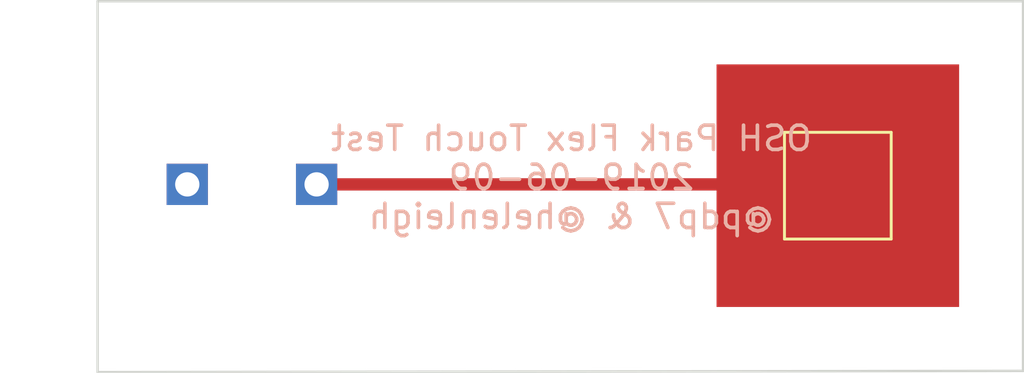
<source format=kicad_pcb>
(kicad_pcb (version 20171130) (host pcbnew 5.1.1-8be2ce7~80~ubuntu18.10.1)

  (general
    (thickness 1.6)
    (drawings 5)
    (tracks 2)
    (zones 0)
    (modules 3)
    (nets 3)
  )

  (page A4)
  (layers
    (0 F.Cu signal)
    (31 B.Cu signal)
    (32 B.Adhes user)
    (33 F.Adhes user)
    (34 B.Paste user)
    (35 F.Paste user)
    (36 B.SilkS user)
    (37 F.SilkS user)
    (38 B.Mask user)
    (39 F.Mask user)
    (40 Dwgs.User user)
    (41 Cmts.User user)
    (42 Eco1.User user)
    (43 Eco2.User user)
    (44 Edge.Cuts user)
    (45 Margin user)
    (46 B.CrtYd user)
    (47 F.CrtYd user)
    (48 B.Fab user)
    (49 F.Fab user)
  )

  (setup
    (last_trace_width 0.25)
    (trace_clearance 0.2)
    (zone_clearance 0.508)
    (zone_45_only no)
    (trace_min 0.2)
    (via_size 0.8)
    (via_drill 0.4)
    (via_min_size 0.4)
    (via_min_drill 0.3)
    (uvia_size 0.3)
    (uvia_drill 0.1)
    (uvias_allowed no)
    (uvia_min_size 0.2)
    (uvia_min_drill 0.1)
    (edge_width 0.05)
    (segment_width 0.2)
    (pcb_text_width 0.3)
    (pcb_text_size 1.5 1.5)
    (mod_edge_width 0.12)
    (mod_text_size 1 1)
    (mod_text_width 0.15)
    (pad_size 1.524 1.524)
    (pad_drill 0.762)
    (pad_to_mask_clearance 0.051)
    (solder_mask_min_width 0.25)
    (aux_axis_origin 0 0)
    (visible_elements FFFFFF7F)
    (pcbplotparams
      (layerselection 0x010fc_ffffffff)
      (usegerberextensions false)
      (usegerberattributes false)
      (usegerberadvancedattributes false)
      (creategerberjobfile false)
      (excludeedgelayer true)
      (linewidth 0.100000)
      (plotframeref false)
      (viasonmask false)
      (mode 1)
      (useauxorigin false)
      (hpglpennumber 1)
      (hpglpenspeed 20)
      (hpglpendiameter 15.000000)
      (psnegative false)
      (psa4output false)
      (plotreference true)
      (plotvalue true)
      (plotinvisibletext false)
      (padsonsilk false)
      (subtractmaskfromsilk false)
      (outputformat 1)
      (mirror false)
      (drillshape 1)
      (scaleselection 1)
      (outputdirectory ""))
  )

  (net 0 "")
  (net 1 "Net-(J1-Pad1)")
  (net 2 "Net-(J2-Pad1)")

  (net_class Default "This is the default net class."
    (clearance 0.2)
    (trace_width 0.25)
    (via_dia 0.8)
    (via_drill 0.4)
    (uvia_dia 0.3)
    (uvia_drill 0.1)
    (add_net "Net-(J1-Pad1)")
    (add_net "Net-(J2-Pad1)")
  )

  (module Connector_PinSocket_2.54mm:PinSocket_1x01_P2.54mm_Vertical (layer F.Cu) (tedit 5CFDBA25) (tstamp 5CFE6D3B)
    (at 113.16716 55.81142)
    (descr "Through hole straight socket strip, 1x01, 2.54mm pitch, single row (from Kicad 4.0.7), script generated")
    (tags "Through hole socket strip THT 1x01 2.54mm single row")
    (path /5D02263C)
    (fp_text reference J1 (at 0 -2.77) (layer F.SilkS) hide
      (effects (font (size 1 1) (thickness 0.15)))
    )
    (fp_text value Conn_01x01_Female (at 0 2.77) (layer F.Fab)
      (effects (font (size 1 1) (thickness 0.15)))
    )
    (fp_text user %R (at 0 0) (layer F.Fab)
      (effects (font (size 1 1) (thickness 0.15)))
    )
    (fp_line (start -1.8 1.75) (end -1.8 -1.8) (layer F.CrtYd) (width 0.05))
    (fp_line (start 1.75 1.75) (end -1.8 1.75) (layer F.CrtYd) (width 0.05))
    (fp_line (start 1.75 -1.8) (end 1.75 1.75) (layer F.CrtYd) (width 0.05))
    (fp_line (start -1.8 -1.8) (end 1.75 -1.8) (layer F.CrtYd) (width 0.05))
    (fp_line (start -1.27 1.27) (end -1.27 -1.27) (layer F.Fab) (width 0.1))
    (fp_line (start 1.27 1.27) (end -1.27 1.27) (layer F.Fab) (width 0.1))
    (fp_line (start 1.27 -0.635) (end 1.27 1.27) (layer F.Fab) (width 0.1))
    (fp_line (start 0.635 -1.27) (end 1.27 -0.635) (layer F.Fab) (width 0.1))
    (fp_line (start -1.27 -1.27) (end 0.635 -1.27) (layer F.Fab) (width 0.1))
    (pad 1 thru_hole rect (at 0 0) (size 1.7 1.7) (drill 1) (layers *.Cu *.Mask)
      (net 1 "Net-(J1-Pad1)"))
    (model ${KISYS3DMOD}/Connector_PinSocket_2.54mm.3dshapes/PinSocket_1x01_P2.54mm_Vertical.wrl
      (at (xyz 0 0 0))
      (scale (xyz 1 1 1))
      (rotate (xyz 0 0 0))
    )
  )

  (module Connector_PinSocket_2.54mm:PinSocket_1x01_P2.54mm_Vertical (layer F.Cu) (tedit 5CFDB9BF) (tstamp 5CFE6E7A)
    (at 107.8357 55.81142)
    (descr "Through hole straight socket strip, 1x01, 2.54mm pitch, single row (from Kicad 4.0.7), script generated")
    (tags "Through hole socket strip THT 1x01 2.54mm single row")
    (path /5D0239F0)
    (fp_text reference J2 (at 0 -2.77) (layer F.SilkS) hide
      (effects (font (size 1 1) (thickness 0.15)))
    )
    (fp_text value Conn_01x01_Female (at 0 2.77) (layer F.Fab)
      (effects (font (size 1 1) (thickness 0.15)))
    )
    (fp_text user %R (at 0 0) (layer F.Fab)
      (effects (font (size 1 1) (thickness 0.15)))
    )
    (fp_line (start -1.8 1.75) (end -1.8 -1.8) (layer F.CrtYd) (width 0.05))
    (fp_line (start 1.75 1.75) (end -1.8 1.75) (layer F.CrtYd) (width 0.05))
    (fp_line (start 1.75 -1.8) (end 1.75 1.75) (layer F.CrtYd) (width 0.05))
    (fp_line (start -1.8 -1.8) (end 1.75 -1.8) (layer F.CrtYd) (width 0.05))
    (fp_line (start -1.27 1.27) (end -1.27 -1.27) (layer F.Fab) (width 0.1))
    (fp_line (start 1.27 1.27) (end -1.27 1.27) (layer F.Fab) (width 0.1))
    (fp_line (start 1.27 -0.635) (end 1.27 1.27) (layer F.Fab) (width 0.1))
    (fp_line (start 0.635 -1.27) (end 1.27 -0.635) (layer F.Fab) (width 0.1))
    (fp_line (start -1.27 -1.27) (end 0.635 -1.27) (layer F.Fab) (width 0.1))
    (pad 1 thru_hole rect (at 0 0) (size 1.7 1.7) (drill 1) (layers *.Cu *.Mask)
      (net 2 "Net-(J2-Pad1)"))
    (model ${KISYS3DMOD}/Connector_PinSocket_2.54mm.3dshapes/PinSocket_1x01_P2.54mm_Vertical.wrl
      (at (xyz 0 0 0))
      (scale (xyz 1 1 1))
      (rotate (xyz 0 0 0))
    )
  )

  (module touch:TestPoint_Pad_4.0x4.0mm (layer F.Cu) (tedit 5CFDB681) (tstamp 5CFE6F5B)
    (at 134.65556 55.86476)
    (descr "SMD rectangular pad as test Point, square 4.0mm side length")
    (tags "test point SMD pad rectangle square")
    (path /5CFD8ABE)
    (attr virtual)
    (fp_text reference TP1 (at 0 -2.898) (layer F.SilkS) hide
      (effects (font (size 1 1) (thickness 0.15)))
    )
    (fp_text value TestPoint (at 0 3.1) (layer F.Fab)
      (effects (font (size 1 1) (thickness 0.15)))
    )
    (fp_text user %R (at 0 -2.9) (layer F.Fab)
      (effects (font (size 1 1) (thickness 0.15)))
    )
    (fp_line (start -2.2 -2.2) (end 2.2 -2.2) (layer F.SilkS) (width 0.12))
    (fp_line (start 2.2 -2.2) (end 2.2 2.2) (layer F.SilkS) (width 0.12))
    (fp_line (start 2.2 2.2) (end -2.2 2.2) (layer F.SilkS) (width 0.12))
    (fp_line (start -2.2 2.2) (end -2.2 -2.2) (layer F.SilkS) (width 0.12))
    (fp_line (start -2.5 -2.5) (end 2.5 -2.5) (layer F.CrtYd) (width 0.05))
    (fp_line (start -2.5 -2.5) (end -2.5 2.5) (layer F.CrtYd) (width 0.05))
    (fp_line (start 2.5 2.5) (end 2.5 -2.5) (layer F.CrtYd) (width 0.05))
    (fp_line (start 2.5 2.5) (end -2.5 2.5) (layer F.CrtYd) (width 0.05))
    (pad 1 smd rect (at 0 0) (size 10 10) (layers F.Cu F.Mask)
      (net 1 "Net-(J1-Pad1)"))
  )

  (gr_text "OSH Park Flex Touch Test\n2019-06-09\n@pdp7 & @helenleigh" (at 123.6726 55.5244) (layer B.SilkS)
    (effects (font (size 1 1) (thickness 0.15)) (justify mirror))
  )
  (gr_line (start 104.14 63.5508) (end 142.2908 63.5) (layer Edge.Cuts) (width 0.1))
  (gr_line (start 104.14 48.26) (end 104.14 63.5508) (layer Edge.Cuts) (width 0.1))
  (gr_line (start 142.2908 48.26) (end 104.14 48.26) (layer Edge.Cuts) (width 0.1))
  (gr_line (start 142.2908 63.5) (end 142.2908 48.26) (layer Edge.Cuts) (width 0.1))

  (segment (start 134.60222 55.81142) (end 134.65556 55.86476) (width 0.25) (layer F.Cu) (net 1))
  (segment (start 113.16716 55.81142) (end 134.60222 55.81142) (width 0.508) (layer F.Cu) (net 1))

)

</source>
